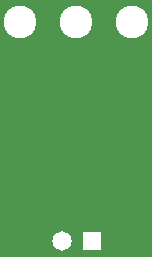
<source format=gbr>
G04 EAGLE Gerber RS-274X export*
G75*
%MOMM*%
%FSLAX34Y34*%
%LPD*%
%INSoldermask Bottom*%
%IPNEG*%
%AMOC8*
5,1,8,0,0,1.08239X$1,22.5*%
G01*
%ADD10C,2.775000*%
%ADD11R,1.650000X1.650000*%
%ADD12C,1.650000*%


D10*
X174860Y302160D03*
X79860Y302160D03*
X127360Y302160D03*
D11*
X141000Y117000D03*
D12*
X115600Y117000D03*
M02*

</source>
